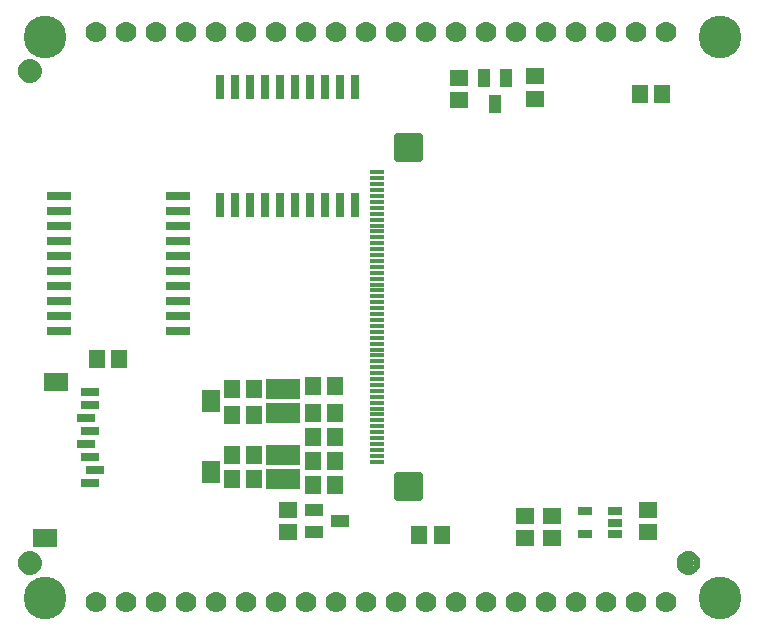
<source format=gbr>
G04 EAGLE Gerber RS-274X export*
G75*
%MOMM*%
%FSLAX34Y34*%
%LPD*%
%INSoldermask Top*%
%IPPOS*%
%AMOC8*
5,1,8,0,0,1.08239X$1,22.5*%
G01*
%ADD10R,1.401600X1.601600*%
%ADD11R,1.501600X1.101600*%
%ADD12R,1.601600X1.401600*%
%ADD13R,2.133600X0.762000*%
%ADD14R,0.762000X2.133600*%
%ADD15R,1.301600X0.651600*%
%ADD16C,1.101600*%
%ADD17C,0.500000*%
%ADD18C,0.700447*%
%ADD19R,1.300000X0.300000*%
%ADD20C,3.617600*%
%ADD21C,1.778000*%
%ADD22R,2.001600X1.501600*%
%ADD23R,1.501600X1.901600*%
%ADD24R,1.601600X0.801600*%
%ADD25R,1.101600X1.501600*%
%ADD26R,2.921000X1.651000*%


D10*
X252120Y120650D03*
X271120Y120650D03*
X252120Y140970D03*
X271120Y140970D03*
X252120Y161290D03*
X271120Y161290D03*
X252120Y181610D03*
X271120Y181610D03*
D11*
X275160Y90170D03*
X253160Y80670D03*
X253160Y99670D03*
D12*
X231140Y80670D03*
X231140Y99670D03*
D13*
X37338Y365760D03*
X37338Y353060D03*
X37338Y340360D03*
X37338Y327660D03*
X37338Y314960D03*
X37338Y302260D03*
X37338Y289560D03*
X37338Y276860D03*
X137922Y276860D03*
X137922Y289560D03*
X137922Y302260D03*
X137922Y314960D03*
X137922Y327660D03*
X137922Y340360D03*
X137922Y353060D03*
X137922Y365760D03*
X37338Y264160D03*
X37338Y251460D03*
X137922Y264160D03*
X137922Y251460D03*
D14*
X288290Y457962D03*
X275590Y457962D03*
X262890Y457962D03*
X250190Y457962D03*
X237490Y457962D03*
X224790Y457962D03*
X212090Y457962D03*
X199390Y457962D03*
X199390Y357378D03*
X212090Y357378D03*
X224790Y357378D03*
X237490Y357378D03*
X250190Y357378D03*
X262890Y357378D03*
X275590Y357378D03*
X288290Y357378D03*
X186690Y457962D03*
X173990Y457962D03*
X186690Y357378D03*
X173990Y357378D03*
D15*
X508300Y79400D03*
X508300Y88900D03*
X508300Y98400D03*
X482300Y98400D03*
X482300Y79400D03*
D16*
X570230Y54610D03*
D17*
X570230Y62110D02*
X570049Y62108D01*
X569868Y62101D01*
X569687Y62090D01*
X569506Y62075D01*
X569326Y62055D01*
X569146Y62031D01*
X568967Y62003D01*
X568789Y61970D01*
X568612Y61933D01*
X568435Y61892D01*
X568260Y61847D01*
X568085Y61797D01*
X567912Y61743D01*
X567741Y61685D01*
X567570Y61623D01*
X567402Y61556D01*
X567235Y61486D01*
X567069Y61412D01*
X566906Y61333D01*
X566745Y61251D01*
X566585Y61165D01*
X566428Y61075D01*
X566273Y60981D01*
X566120Y60884D01*
X565970Y60782D01*
X565822Y60678D01*
X565676Y60569D01*
X565534Y60458D01*
X565394Y60342D01*
X565257Y60224D01*
X565122Y60102D01*
X564991Y59977D01*
X564863Y59849D01*
X564738Y59718D01*
X564616Y59583D01*
X564498Y59446D01*
X564382Y59306D01*
X564271Y59164D01*
X564162Y59018D01*
X564058Y58870D01*
X563956Y58720D01*
X563859Y58567D01*
X563765Y58412D01*
X563675Y58255D01*
X563589Y58095D01*
X563507Y57934D01*
X563428Y57771D01*
X563354Y57605D01*
X563284Y57438D01*
X563217Y57270D01*
X563155Y57099D01*
X563097Y56928D01*
X563043Y56755D01*
X562993Y56580D01*
X562948Y56405D01*
X562907Y56228D01*
X562870Y56051D01*
X562837Y55873D01*
X562809Y55694D01*
X562785Y55514D01*
X562765Y55334D01*
X562750Y55153D01*
X562739Y54972D01*
X562732Y54791D01*
X562730Y54610D01*
X570230Y62110D02*
X570411Y62108D01*
X570592Y62101D01*
X570773Y62090D01*
X570954Y62075D01*
X571134Y62055D01*
X571314Y62031D01*
X571493Y62003D01*
X571671Y61970D01*
X571848Y61933D01*
X572025Y61892D01*
X572200Y61847D01*
X572375Y61797D01*
X572548Y61743D01*
X572719Y61685D01*
X572890Y61623D01*
X573058Y61556D01*
X573225Y61486D01*
X573391Y61412D01*
X573554Y61333D01*
X573715Y61251D01*
X573875Y61165D01*
X574032Y61075D01*
X574187Y60981D01*
X574340Y60884D01*
X574490Y60782D01*
X574638Y60678D01*
X574784Y60569D01*
X574926Y60458D01*
X575066Y60342D01*
X575203Y60224D01*
X575338Y60102D01*
X575469Y59977D01*
X575597Y59849D01*
X575722Y59718D01*
X575844Y59583D01*
X575962Y59446D01*
X576078Y59306D01*
X576189Y59164D01*
X576298Y59018D01*
X576402Y58870D01*
X576504Y58720D01*
X576601Y58567D01*
X576695Y58412D01*
X576785Y58255D01*
X576871Y58095D01*
X576953Y57934D01*
X577032Y57771D01*
X577106Y57605D01*
X577176Y57438D01*
X577243Y57270D01*
X577305Y57099D01*
X577363Y56928D01*
X577417Y56755D01*
X577467Y56580D01*
X577512Y56405D01*
X577553Y56228D01*
X577590Y56051D01*
X577623Y55873D01*
X577651Y55694D01*
X577675Y55514D01*
X577695Y55334D01*
X577710Y55153D01*
X577721Y54972D01*
X577728Y54791D01*
X577730Y54610D01*
X577728Y54429D01*
X577721Y54248D01*
X577710Y54067D01*
X577695Y53886D01*
X577675Y53706D01*
X577651Y53526D01*
X577623Y53347D01*
X577590Y53169D01*
X577553Y52992D01*
X577512Y52815D01*
X577467Y52640D01*
X577417Y52465D01*
X577363Y52292D01*
X577305Y52121D01*
X577243Y51950D01*
X577176Y51782D01*
X577106Y51615D01*
X577032Y51449D01*
X576953Y51286D01*
X576871Y51125D01*
X576785Y50965D01*
X576695Y50808D01*
X576601Y50653D01*
X576504Y50500D01*
X576402Y50350D01*
X576298Y50202D01*
X576189Y50056D01*
X576078Y49914D01*
X575962Y49774D01*
X575844Y49637D01*
X575722Y49502D01*
X575597Y49371D01*
X575469Y49243D01*
X575338Y49118D01*
X575203Y48996D01*
X575066Y48878D01*
X574926Y48762D01*
X574784Y48651D01*
X574638Y48542D01*
X574490Y48438D01*
X574340Y48336D01*
X574187Y48239D01*
X574032Y48145D01*
X573875Y48055D01*
X573715Y47969D01*
X573554Y47887D01*
X573391Y47808D01*
X573225Y47734D01*
X573058Y47664D01*
X572890Y47597D01*
X572719Y47535D01*
X572548Y47477D01*
X572375Y47423D01*
X572200Y47373D01*
X572025Y47328D01*
X571848Y47287D01*
X571671Y47250D01*
X571493Y47217D01*
X571314Y47189D01*
X571134Y47165D01*
X570954Y47145D01*
X570773Y47130D01*
X570592Y47119D01*
X570411Y47112D01*
X570230Y47110D01*
X570049Y47112D01*
X569868Y47119D01*
X569687Y47130D01*
X569506Y47145D01*
X569326Y47165D01*
X569146Y47189D01*
X568967Y47217D01*
X568789Y47250D01*
X568612Y47287D01*
X568435Y47328D01*
X568260Y47373D01*
X568085Y47423D01*
X567912Y47477D01*
X567741Y47535D01*
X567570Y47597D01*
X567402Y47664D01*
X567235Y47734D01*
X567069Y47808D01*
X566906Y47887D01*
X566745Y47969D01*
X566585Y48055D01*
X566428Y48145D01*
X566273Y48239D01*
X566120Y48336D01*
X565970Y48438D01*
X565822Y48542D01*
X565676Y48651D01*
X565534Y48762D01*
X565394Y48878D01*
X565257Y48996D01*
X565122Y49118D01*
X564991Y49243D01*
X564863Y49371D01*
X564738Y49502D01*
X564616Y49637D01*
X564498Y49774D01*
X564382Y49914D01*
X564271Y50056D01*
X564162Y50202D01*
X564058Y50350D01*
X563956Y50500D01*
X563859Y50653D01*
X563765Y50808D01*
X563675Y50965D01*
X563589Y51125D01*
X563507Y51286D01*
X563428Y51449D01*
X563354Y51615D01*
X563284Y51782D01*
X563217Y51950D01*
X563155Y52121D01*
X563097Y52292D01*
X563043Y52465D01*
X562993Y52640D01*
X562948Y52815D01*
X562907Y52992D01*
X562870Y53169D01*
X562837Y53347D01*
X562809Y53526D01*
X562785Y53706D01*
X562765Y53886D01*
X562750Y54067D01*
X562739Y54248D01*
X562732Y54429D01*
X562730Y54610D01*
D16*
X12700Y471170D03*
D17*
X12700Y478670D02*
X12519Y478668D01*
X12338Y478661D01*
X12157Y478650D01*
X11976Y478635D01*
X11796Y478615D01*
X11616Y478591D01*
X11437Y478563D01*
X11259Y478530D01*
X11082Y478493D01*
X10905Y478452D01*
X10730Y478407D01*
X10555Y478357D01*
X10382Y478303D01*
X10211Y478245D01*
X10040Y478183D01*
X9872Y478116D01*
X9705Y478046D01*
X9539Y477972D01*
X9376Y477893D01*
X9215Y477811D01*
X9055Y477725D01*
X8898Y477635D01*
X8743Y477541D01*
X8590Y477444D01*
X8440Y477342D01*
X8292Y477238D01*
X8146Y477129D01*
X8004Y477018D01*
X7864Y476902D01*
X7727Y476784D01*
X7592Y476662D01*
X7461Y476537D01*
X7333Y476409D01*
X7208Y476278D01*
X7086Y476143D01*
X6968Y476006D01*
X6852Y475866D01*
X6741Y475724D01*
X6632Y475578D01*
X6528Y475430D01*
X6426Y475280D01*
X6329Y475127D01*
X6235Y474972D01*
X6145Y474815D01*
X6059Y474655D01*
X5977Y474494D01*
X5898Y474331D01*
X5824Y474165D01*
X5754Y473998D01*
X5687Y473830D01*
X5625Y473659D01*
X5567Y473488D01*
X5513Y473315D01*
X5463Y473140D01*
X5418Y472965D01*
X5377Y472788D01*
X5340Y472611D01*
X5307Y472433D01*
X5279Y472254D01*
X5255Y472074D01*
X5235Y471894D01*
X5220Y471713D01*
X5209Y471532D01*
X5202Y471351D01*
X5200Y471170D01*
X12700Y478670D02*
X12881Y478668D01*
X13062Y478661D01*
X13243Y478650D01*
X13424Y478635D01*
X13604Y478615D01*
X13784Y478591D01*
X13963Y478563D01*
X14141Y478530D01*
X14318Y478493D01*
X14495Y478452D01*
X14670Y478407D01*
X14845Y478357D01*
X15018Y478303D01*
X15189Y478245D01*
X15360Y478183D01*
X15528Y478116D01*
X15695Y478046D01*
X15861Y477972D01*
X16024Y477893D01*
X16185Y477811D01*
X16345Y477725D01*
X16502Y477635D01*
X16657Y477541D01*
X16810Y477444D01*
X16960Y477342D01*
X17108Y477238D01*
X17254Y477129D01*
X17396Y477018D01*
X17536Y476902D01*
X17673Y476784D01*
X17808Y476662D01*
X17939Y476537D01*
X18067Y476409D01*
X18192Y476278D01*
X18314Y476143D01*
X18432Y476006D01*
X18548Y475866D01*
X18659Y475724D01*
X18768Y475578D01*
X18872Y475430D01*
X18974Y475280D01*
X19071Y475127D01*
X19165Y474972D01*
X19255Y474815D01*
X19341Y474655D01*
X19423Y474494D01*
X19502Y474331D01*
X19576Y474165D01*
X19646Y473998D01*
X19713Y473830D01*
X19775Y473659D01*
X19833Y473488D01*
X19887Y473315D01*
X19937Y473140D01*
X19982Y472965D01*
X20023Y472788D01*
X20060Y472611D01*
X20093Y472433D01*
X20121Y472254D01*
X20145Y472074D01*
X20165Y471894D01*
X20180Y471713D01*
X20191Y471532D01*
X20198Y471351D01*
X20200Y471170D01*
X20198Y470989D01*
X20191Y470808D01*
X20180Y470627D01*
X20165Y470446D01*
X20145Y470266D01*
X20121Y470086D01*
X20093Y469907D01*
X20060Y469729D01*
X20023Y469552D01*
X19982Y469375D01*
X19937Y469200D01*
X19887Y469025D01*
X19833Y468852D01*
X19775Y468681D01*
X19713Y468510D01*
X19646Y468342D01*
X19576Y468175D01*
X19502Y468009D01*
X19423Y467846D01*
X19341Y467685D01*
X19255Y467525D01*
X19165Y467368D01*
X19071Y467213D01*
X18974Y467060D01*
X18872Y466910D01*
X18768Y466762D01*
X18659Y466616D01*
X18548Y466474D01*
X18432Y466334D01*
X18314Y466197D01*
X18192Y466062D01*
X18067Y465931D01*
X17939Y465803D01*
X17808Y465678D01*
X17673Y465556D01*
X17536Y465438D01*
X17396Y465322D01*
X17254Y465211D01*
X17108Y465102D01*
X16960Y464998D01*
X16810Y464896D01*
X16657Y464799D01*
X16502Y464705D01*
X16345Y464615D01*
X16185Y464529D01*
X16024Y464447D01*
X15861Y464368D01*
X15695Y464294D01*
X15528Y464224D01*
X15360Y464157D01*
X15189Y464095D01*
X15018Y464037D01*
X14845Y463983D01*
X14670Y463933D01*
X14495Y463888D01*
X14318Y463847D01*
X14141Y463810D01*
X13963Y463777D01*
X13784Y463749D01*
X13604Y463725D01*
X13424Y463705D01*
X13243Y463690D01*
X13062Y463679D01*
X12881Y463672D01*
X12700Y463670D01*
X12519Y463672D01*
X12338Y463679D01*
X12157Y463690D01*
X11976Y463705D01*
X11796Y463725D01*
X11616Y463749D01*
X11437Y463777D01*
X11259Y463810D01*
X11082Y463847D01*
X10905Y463888D01*
X10730Y463933D01*
X10555Y463983D01*
X10382Y464037D01*
X10211Y464095D01*
X10040Y464157D01*
X9872Y464224D01*
X9705Y464294D01*
X9539Y464368D01*
X9376Y464447D01*
X9215Y464529D01*
X9055Y464615D01*
X8898Y464705D01*
X8743Y464799D01*
X8590Y464896D01*
X8440Y464998D01*
X8292Y465102D01*
X8146Y465211D01*
X8004Y465322D01*
X7864Y465438D01*
X7727Y465556D01*
X7592Y465678D01*
X7461Y465803D01*
X7333Y465931D01*
X7208Y466062D01*
X7086Y466197D01*
X6968Y466334D01*
X6852Y466474D01*
X6741Y466616D01*
X6632Y466762D01*
X6528Y466910D01*
X6426Y467060D01*
X6329Y467213D01*
X6235Y467368D01*
X6145Y467525D01*
X6059Y467685D01*
X5977Y467846D01*
X5898Y468009D01*
X5824Y468175D01*
X5754Y468342D01*
X5687Y468510D01*
X5625Y468681D01*
X5567Y468852D01*
X5513Y469025D01*
X5463Y469200D01*
X5418Y469375D01*
X5377Y469552D01*
X5340Y469729D01*
X5307Y469907D01*
X5279Y470086D01*
X5255Y470266D01*
X5235Y470446D01*
X5220Y470627D01*
X5209Y470808D01*
X5202Y470989D01*
X5200Y471170D01*
D12*
X454660Y75590D03*
X454660Y94590D03*
D10*
X252120Y204470D03*
X271120Y204470D03*
D12*
X431800Y75590D03*
X431800Y94590D03*
X535940Y80670D03*
X535940Y99670D03*
D18*
X342316Y110384D02*
X342316Y128396D01*
X342316Y110384D02*
X324304Y110384D01*
X324304Y128396D01*
X342316Y128396D01*
X342316Y117038D02*
X324304Y117038D01*
X324304Y123692D02*
X342316Y123692D01*
X342316Y397384D02*
X342316Y415396D01*
X342316Y397384D02*
X324304Y397384D01*
X324304Y415396D01*
X342316Y415396D01*
X342316Y404038D02*
X324304Y404038D01*
X324304Y410692D02*
X342316Y410692D01*
D19*
X306410Y385390D03*
X306410Y380390D03*
X306410Y375390D03*
X306410Y365390D03*
X306410Y370390D03*
X306410Y360390D03*
X306410Y355390D03*
X306410Y350390D03*
X306410Y345390D03*
X306410Y335390D03*
X306410Y340390D03*
X306410Y330390D03*
X306410Y325390D03*
X306410Y320390D03*
X306410Y315390D03*
X306410Y305390D03*
X306410Y310390D03*
X306410Y300390D03*
X306410Y295390D03*
X306410Y290390D03*
X306410Y285390D03*
X306410Y275390D03*
X306410Y280390D03*
X306410Y270390D03*
X306410Y265390D03*
X306410Y260390D03*
X306410Y255390D03*
X306410Y245390D03*
X306410Y250390D03*
X306410Y240390D03*
X306410Y235390D03*
X306410Y230390D03*
X306410Y225390D03*
X306410Y215390D03*
X306410Y220390D03*
X306410Y210390D03*
X306410Y205390D03*
X306410Y200390D03*
X306410Y195390D03*
X306410Y185390D03*
X306410Y190390D03*
X306410Y180390D03*
X306410Y175390D03*
X306410Y170390D03*
X306410Y165390D03*
X306410Y155390D03*
X306410Y160390D03*
X306410Y150390D03*
X306410Y145390D03*
X306410Y140390D03*
D20*
X25400Y25400D03*
X596900Y25400D03*
X25400Y500380D03*
X596900Y500380D03*
D21*
X551180Y21590D03*
X525780Y21590D03*
X500380Y21590D03*
X474980Y21590D03*
X449580Y21590D03*
X424180Y21590D03*
X398780Y21590D03*
X373380Y21590D03*
X347980Y21590D03*
X322580Y21590D03*
X297180Y21590D03*
X271780Y21590D03*
X246380Y21590D03*
X220980Y21590D03*
X195580Y21590D03*
X170180Y21590D03*
X144780Y21590D03*
X119380Y21590D03*
X93980Y21590D03*
X68580Y21590D03*
D22*
X34780Y208090D03*
X25780Y76090D03*
D23*
X165780Y192090D03*
X165780Y132090D03*
D24*
X63780Y199090D03*
X63780Y188090D03*
X59780Y177090D03*
X63780Y166090D03*
X59780Y155090D03*
X63780Y144090D03*
X67780Y133090D03*
X63780Y122090D03*
D21*
X551180Y504190D03*
X525780Y504190D03*
X500380Y504190D03*
X474980Y504190D03*
X449580Y504190D03*
X424180Y504190D03*
X398780Y504190D03*
X373380Y504190D03*
X347980Y504190D03*
X322580Y504190D03*
X297180Y504190D03*
X271780Y504190D03*
X246380Y504190D03*
X220980Y504190D03*
X195580Y504190D03*
X170180Y504190D03*
X144780Y504190D03*
X119380Y504190D03*
X93980Y504190D03*
X68580Y504190D03*
D10*
X528980Y452120D03*
X547980Y452120D03*
D25*
X406400Y443660D03*
X396900Y465660D03*
X415900Y465660D03*
D12*
X375920Y465430D03*
X375920Y446430D03*
D10*
X342290Y78740D03*
X361290Y78740D03*
D26*
X227330Y125730D03*
X227330Y146050D03*
X227330Y181610D03*
X227330Y201930D03*
D10*
X183540Y201930D03*
X202540Y201930D03*
X183540Y180340D03*
X202540Y180340D03*
X202540Y125730D03*
X183540Y125730D03*
X202540Y146050D03*
X183540Y146050D03*
D12*
X440690Y447700D03*
X440690Y466700D03*
D16*
X12700Y54610D03*
D17*
X12700Y62110D02*
X12519Y62108D01*
X12338Y62101D01*
X12157Y62090D01*
X11976Y62075D01*
X11796Y62055D01*
X11616Y62031D01*
X11437Y62003D01*
X11259Y61970D01*
X11082Y61933D01*
X10905Y61892D01*
X10730Y61847D01*
X10555Y61797D01*
X10382Y61743D01*
X10211Y61685D01*
X10040Y61623D01*
X9872Y61556D01*
X9705Y61486D01*
X9539Y61412D01*
X9376Y61333D01*
X9215Y61251D01*
X9055Y61165D01*
X8898Y61075D01*
X8743Y60981D01*
X8590Y60884D01*
X8440Y60782D01*
X8292Y60678D01*
X8146Y60569D01*
X8004Y60458D01*
X7864Y60342D01*
X7727Y60224D01*
X7592Y60102D01*
X7461Y59977D01*
X7333Y59849D01*
X7208Y59718D01*
X7086Y59583D01*
X6968Y59446D01*
X6852Y59306D01*
X6741Y59164D01*
X6632Y59018D01*
X6528Y58870D01*
X6426Y58720D01*
X6329Y58567D01*
X6235Y58412D01*
X6145Y58255D01*
X6059Y58095D01*
X5977Y57934D01*
X5898Y57771D01*
X5824Y57605D01*
X5754Y57438D01*
X5687Y57270D01*
X5625Y57099D01*
X5567Y56928D01*
X5513Y56755D01*
X5463Y56580D01*
X5418Y56405D01*
X5377Y56228D01*
X5340Y56051D01*
X5307Y55873D01*
X5279Y55694D01*
X5255Y55514D01*
X5235Y55334D01*
X5220Y55153D01*
X5209Y54972D01*
X5202Y54791D01*
X5200Y54610D01*
X12700Y62110D02*
X12881Y62108D01*
X13062Y62101D01*
X13243Y62090D01*
X13424Y62075D01*
X13604Y62055D01*
X13784Y62031D01*
X13963Y62003D01*
X14141Y61970D01*
X14318Y61933D01*
X14495Y61892D01*
X14670Y61847D01*
X14845Y61797D01*
X15018Y61743D01*
X15189Y61685D01*
X15360Y61623D01*
X15528Y61556D01*
X15695Y61486D01*
X15861Y61412D01*
X16024Y61333D01*
X16185Y61251D01*
X16345Y61165D01*
X16502Y61075D01*
X16657Y60981D01*
X16810Y60884D01*
X16960Y60782D01*
X17108Y60678D01*
X17254Y60569D01*
X17396Y60458D01*
X17536Y60342D01*
X17673Y60224D01*
X17808Y60102D01*
X17939Y59977D01*
X18067Y59849D01*
X18192Y59718D01*
X18314Y59583D01*
X18432Y59446D01*
X18548Y59306D01*
X18659Y59164D01*
X18768Y59018D01*
X18872Y58870D01*
X18974Y58720D01*
X19071Y58567D01*
X19165Y58412D01*
X19255Y58255D01*
X19341Y58095D01*
X19423Y57934D01*
X19502Y57771D01*
X19576Y57605D01*
X19646Y57438D01*
X19713Y57270D01*
X19775Y57099D01*
X19833Y56928D01*
X19887Y56755D01*
X19937Y56580D01*
X19982Y56405D01*
X20023Y56228D01*
X20060Y56051D01*
X20093Y55873D01*
X20121Y55694D01*
X20145Y55514D01*
X20165Y55334D01*
X20180Y55153D01*
X20191Y54972D01*
X20198Y54791D01*
X20200Y54610D01*
X20198Y54429D01*
X20191Y54248D01*
X20180Y54067D01*
X20165Y53886D01*
X20145Y53706D01*
X20121Y53526D01*
X20093Y53347D01*
X20060Y53169D01*
X20023Y52992D01*
X19982Y52815D01*
X19937Y52640D01*
X19887Y52465D01*
X19833Y52292D01*
X19775Y52121D01*
X19713Y51950D01*
X19646Y51782D01*
X19576Y51615D01*
X19502Y51449D01*
X19423Y51286D01*
X19341Y51125D01*
X19255Y50965D01*
X19165Y50808D01*
X19071Y50653D01*
X18974Y50500D01*
X18872Y50350D01*
X18768Y50202D01*
X18659Y50056D01*
X18548Y49914D01*
X18432Y49774D01*
X18314Y49637D01*
X18192Y49502D01*
X18067Y49371D01*
X17939Y49243D01*
X17808Y49118D01*
X17673Y48996D01*
X17536Y48878D01*
X17396Y48762D01*
X17254Y48651D01*
X17108Y48542D01*
X16960Y48438D01*
X16810Y48336D01*
X16657Y48239D01*
X16502Y48145D01*
X16345Y48055D01*
X16185Y47969D01*
X16024Y47887D01*
X15861Y47808D01*
X15695Y47734D01*
X15528Y47664D01*
X15360Y47597D01*
X15189Y47535D01*
X15018Y47477D01*
X14845Y47423D01*
X14670Y47373D01*
X14495Y47328D01*
X14318Y47287D01*
X14141Y47250D01*
X13963Y47217D01*
X13784Y47189D01*
X13604Y47165D01*
X13424Y47145D01*
X13243Y47130D01*
X13062Y47119D01*
X12881Y47112D01*
X12700Y47110D01*
X12519Y47112D01*
X12338Y47119D01*
X12157Y47130D01*
X11976Y47145D01*
X11796Y47165D01*
X11616Y47189D01*
X11437Y47217D01*
X11259Y47250D01*
X11082Y47287D01*
X10905Y47328D01*
X10730Y47373D01*
X10555Y47423D01*
X10382Y47477D01*
X10211Y47535D01*
X10040Y47597D01*
X9872Y47664D01*
X9705Y47734D01*
X9539Y47808D01*
X9376Y47887D01*
X9215Y47969D01*
X9055Y48055D01*
X8898Y48145D01*
X8743Y48239D01*
X8590Y48336D01*
X8440Y48438D01*
X8292Y48542D01*
X8146Y48651D01*
X8004Y48762D01*
X7864Y48878D01*
X7727Y48996D01*
X7592Y49118D01*
X7461Y49243D01*
X7333Y49371D01*
X7208Y49502D01*
X7086Y49637D01*
X6968Y49774D01*
X6852Y49914D01*
X6741Y50056D01*
X6632Y50202D01*
X6528Y50350D01*
X6426Y50500D01*
X6329Y50653D01*
X6235Y50808D01*
X6145Y50965D01*
X6059Y51125D01*
X5977Y51286D01*
X5898Y51449D01*
X5824Y51615D01*
X5754Y51782D01*
X5687Y51950D01*
X5625Y52121D01*
X5567Y52292D01*
X5513Y52465D01*
X5463Y52640D01*
X5418Y52815D01*
X5377Y52992D01*
X5340Y53169D01*
X5307Y53347D01*
X5279Y53526D01*
X5255Y53706D01*
X5235Y53886D01*
X5220Y54067D01*
X5209Y54248D01*
X5202Y54429D01*
X5200Y54610D01*
D10*
X88240Y227330D03*
X69240Y227330D03*
M02*

</source>
